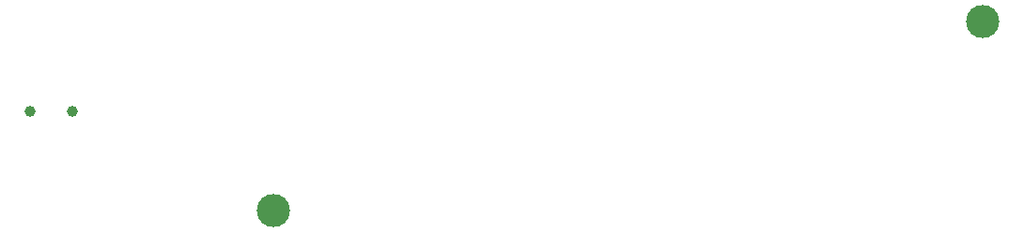
<source format=gbr>
%TF.GenerationSoftware,Altium Limited,Altium Designer,18.1.9 (240)*%
G04 Layer_Color=0*
%FSLAX26Y26*%
%MOIN*%
%TF.FileFunction,NonPlated,1,2,NPTH,Drill*%
%TF.Part,Single*%
G01*
G75*
%TA.AperFunction,ComponentDrill*%
%ADD99C,0.118110*%
%ADD100C,0.118110*%
%ADD101C,0.039370*%
D99*
X4173228Y555118D02*
D03*
D100*
X1653543Y-118110D02*
D03*
D101*
X791142Y236220D02*
D03*
X941142D02*
D03*
%TF.MD5,cdc77504715e783d0cb64ffb87d48a67*%
M02*

</source>
